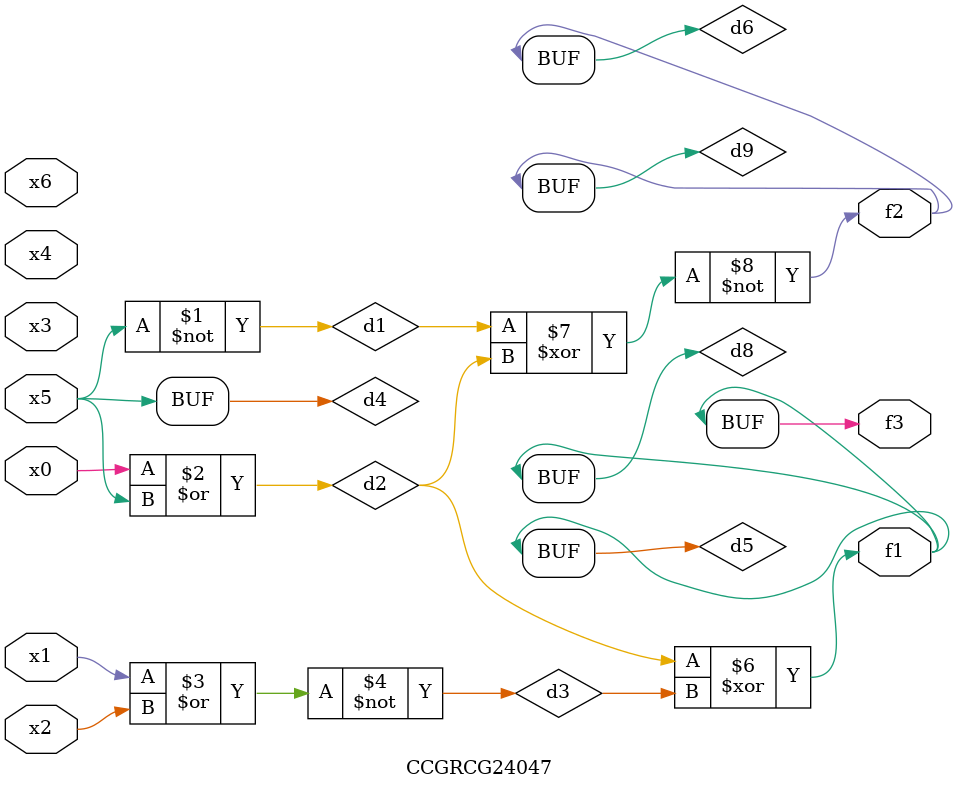
<source format=v>
module CCGRCG24047(
	input x0, x1, x2, x3, x4, x5, x6,
	output f1, f2, f3
);

	wire d1, d2, d3, d4, d5, d6, d7, d8, d9;

	nand (d1, x5);
	or (d2, x0, x5);
	nor (d3, x1, x2);
	xnor (d4, d1);
	xor (d5, d2, d3);
	xnor (d6, d1, d2);
	not (d7, x4);
	buf (d8, d5);
	xor (d9, d6);
	assign f1 = d8;
	assign f2 = d9;
	assign f3 = d8;
endmodule

</source>
